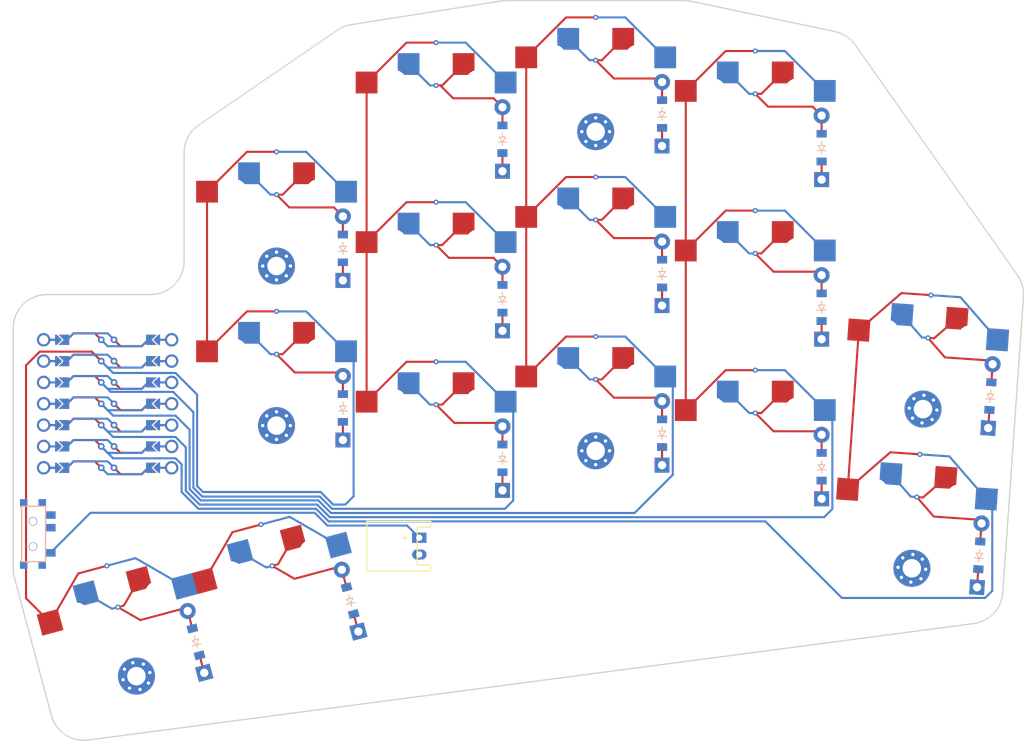
<source format=kicad_pcb>
(kicad_pcb (version 20240108) (generator "pcbnew") (generator_version "8.0")
  (title_block (title "nox_30") (rev "v1.0.0") (company "Unknown"))
  (layers (0 "F.Cu" signal) (31 "B.Cu" signal) (34 "B.Paste" user) (35 "F.Paste" user) (36 "B.SilkS" user "B.Silkscreen") (37 "F.SilkS" user "F.Silkscreen") (38 "B.Mask" user) (39 "F.Mask" user) (44 "Edge.Cuts" user))
  (net 0 "")
  (net 1 "inner_bottom")
  (net 2 "P1")
  (net 3 "inner_home")
  (net 4 "index_bottom")
  (net 5 "P2")
  (net 6 "index_home")
  (net 7 "index_top")
  (net 8 "middle_bottom")
  (net 9 "P3")
  (net 10 "middle_home")
  (net 11 "middle_top")
  (net 12 "ring_bottom")
  (net 13 "P4")
  (net 14 "ring_home")
  (net 15 "ring_top")
  (net 16 "pinky_bottom")
  (net 17 "P5")
  (net 18 "pinky_home")
  (net 19 "one_main")
  (net 20 "two_main")
  (net 21 "P8")
  (net 22 "P9")
  (net 23 "P10")
  (net 24 "P7")
  (net 25 "VCC5")
  (net 26 "GND")
  (net 27 "VCC3")
  (net 28 "P0")
  (net 29 "P6")
  (net 30 "BAT+")
  (footprint "E73:SPDT_C128955" (layer "F.Cu") (at 20.802442 82.499399 90)
    (property "Reference" "T1" (hide yes))
    (property "Value" "" (hide yes))
  )
  (footprint "ComboDiode" (layer "F.Cu") (at 95.702442 70.499399 90)
    (property "Reference" "D6" (hide yes))
    (property "Value" "" (hide yes))
  )
  (footprint "VIA-0.6mm" (layer "F.Cu") (at 30.922457 91.215251 15)
    (property "Reference" "REF**" (hide yes))
    (property "Value" "VIA-0.6mm" (hide yes))
  )
  (footprint "PG1350" (layer "F.Cu") (at 49.802442 45.499399)
    (property "Reference" "S2" (hide yes))
    (property "Value" "" (hide yes))
  )
  (footprint "ComboDiode" (layer "F.Cu") (at 95.702442 51.499399 90)
    (property "Reference" "D7" (hide yes))
    (property "Value" "" (hide yes))
  )
  (footprint "VIA-0.6mm" (layer "F.Cu") (at 106.802442 62.999399)
    (property "Reference" "REF**" (hide yes))
    (property "Value" "VIA-0.6mm" (hide yes))
  )
  (footprint "ComboDiode" (layer "F.Cu") (at 76.702442 54.499399 90)
    (property "Reference" "D4" (hide yes))
    (property "Value" "" (hide yes))
  )
  (footprint "ComboDiode" (layer "F.Cu") (at 76.702443 73.499399 90)
    (property "Reference" "D3" (hide yes))
    (property "Value" "" (hide yes))
  )
  (footprint "VIA-0.6mm" (layer "F.Cu") (at 68.802442 67.099399)
    (property "Reference" "REF**" (hide yes))
    (property "Value" "VIA-0.6mm" (hide yes))
  )
  (footprint "ComboDiode" (layer "F.Cu") (at 40.209713 95.352506 105)
    (property "Reference" "D14" (hide yes))
    (property "Value" "" (hide yes))
  )
  (footprint "PG1350" (layer "F.Cu") (at 106.802442 33.499399)
    (property "Reference" "S11" (hide yes))
    (property "Value" "" (hide yes))
  )
  (footprint "VIA-0.6mm" (layer "F.Cu") (at 29.60248 86.28903 15)
    (property "Reference" "REF**" (hide yes))
    (property "Value" "VIA-0.6mm" (hide yes))
  )
  (footprint "PG1350" (layer "F.Cu") (at 106.802442 52.499399)
    (property "Reference" "S10" (hide yes))
    (property "Value" "" (hide yes))
  )
  (footprint "VIA-0.6mm" (layer "F.Cu") (at 49.802442 42.099399)
    (property "Reference" "REF**" (hide yes))
    (property "Value" "VIA-0.6mm" (hide yes))
  )
  (footprint "PG1350" (layer "F.Cu") (at 127.127815 62.545682 -4)
    (property "Reference" "S13" (hide yes))
    (property "Value" "" (hide yes))
  )
  (footprint "ComboDiode" (layer "F.Cu") (at 57.702442 48.499399 90)
    (property "Reference" "D2" (hide yes))
    (property "Value" "" (hide yes))
  )
  (footprint "ComboDiode" (layer "F.Cu") (at 114.702442 55.499399 90)
    (property "Reference" "D10" (hide yes))
    (property "Value" "" (hide yes))
  )
  (footprint "ComboDiode" (layer "F.Cu") (at 133.473929 85.043167 86)
    (property "Reference" "D12" (hide yes))
    (property "Value" "" (hide yes))
  )
  (footprint "VIA-0.6mm" (layer "F.Cu") (at 127.720745 54.066388 -4)
    (property "Reference" "REF**" (hide yes))
    (property "Value" "VIA-0.6mm" (hide yes))
  )
  (footprint "ComboDiode" (layer "F.Cu") (at 114.702442 74.499399 90)
    (property "Reference" "D9" (hide yes))
    (property "Value" "" (hide yes))
  )
  (footprint "VIA-0.6mm" (layer "F.Cu") (at 49.802442 36.999399)
    (property "Reference" "REF**" (hide yes))
    (property "Value" "VIA-0.6mm" (hide yes))
  )
  (footprint "MountingHole_2.2mm_M2_Pad_Via" (layer "F.Cu") (at 49.802442 69.599399)
    (property "Reference" "_32" (hide yes))
    (property "Value" "")
  )
  (footprint "VIA-0.6mm" (layer "F.Cu") (at 68.802442 48.099399)
    (property "Reference" "REF**" (hide yes))
    (property "Value" "VIA-0.6mm" (hide yes))
  )
  (footprint "VIA-0.6mm" (layer "F.Cu") (at 106.802442 30.099398)
    (property "Reference" "REF**" (hide yes))
    (property "Value" "VIA-0.6mm" (hide yes))
  )
  (footprint "VIA-0.6mm" (layer "F.Cu") (at 47.955071 81.371468 15)
    (property "Reference" "REF**" (hide yes))
    (property "Value" "VIA-0.6mm" (hide yes))
  )
  (footprint "VIA-0.6mm" (layer "F.Cu") (at 87.802442 58.999399)
    (property "Reference" "REF**" (hide yes))
    (property "Value" "VIA-0.6mm" (hide yes))
  )
  (footprint "ComboDiode" (layer "F.Cu") (at 58.562304 90.434944 105)
    (property "Reference" "D15" (hide yes))
    (property "Value" "" (hide yes))
  )
  (footprint "VIA-0.6mm" (layer "F.Cu") (at 68.802442 29.099399)
    (property "Reference" "REF**" (hide yes))
    (property "Value" "VIA-0.6mm" (hide yes))
  )
  (footprint "ComboDiode" (layer "F.Cu") (at 114.702442 36.499399 90)
    (property "Reference" "D11" (hide yes))
    (property "Value" "" (hide yes))
  )
  (footprint "VIA-0.6mm" (layer "F.Cu") (at 68.802442 42.999399)
    (property "Reference" "REF**" (hide yes))
    (property "Value" "VIA-0.6mm" (hide yes))
  )
  (footprint "PG1350" (layer "F.Cu") (at 87.802442 48.499399)
    (property "Reference" "S7" (hide yes))
    (property "Value" "" (hide yes))
  )
  (footprint "ComboDiode" (layer "F.Cu") (at 57.702442 67.499399 90)
    (property "Reference" "D1" (hide yes))
    (property "Value" "" (hide yes))
  )
  (footprint "VIA-0.6mm" (layer "F.Cu") (at 126.395372 73.020105 -4)
    (property "Reference" "REF**" (hide yes))
    (property "Value" "VIA-0.6mm" (hide yes))
  )
  (footprint "MountingHole_2.2mm_M2_Pad_Via" (layer "F.Cu") (at 87.802442 34.599399)
    (property "Reference" "_33" (hide yes))
    (property "Value" "")
  )
  (footprint "ComboDiode" (layer "F.Cu") (at 76.702442 35.499399 90)
    (property "Reference" "D5" (hide yes))
    (property "Value" "" (hide yes))
  )
  (footprint "VIA-0.6mm" (layer "F.Cu") (at 68.802442 23.999399)
    (property "Reference" "REF**" (hide yes))
    (property "Value" "VIA-0.6mm" (hide yes))
  )
  (footprint "VIA-0.6mm" (layer "F.Cu") (at 49.802442 55.999399)
    (property "Reference" "REF**" (hide yes))
    (property "Value" "VIA-0.6mm" (hide yes))
  )
  (footprint "VIA-0.6mm" (layer "F.Cu") (at 49.275048 86.297689 15)
    (property "Reference" "REF**" (hide yes))
    (property "Value" "VIA-0.6mm" (hide yes))
  )
  (footprint "VIA-0.6mm" (layer "F.Cu") (at 68.802443 61.999399)
    (property "Reference" "REF**" (hide yes))
    (property "Value" "VIA-0.6mm" (hide yes))
  )
  (footprint "PG1350" (layer "F.Cu") (at 49.802442 64.499399)
    (property "Reference" "S1" (hide yes))
    (property "Value" "" (hide yes))
  )
  (footprint "VIA-0.6mm" (layer "F.Cu") (at 126.039614 78.107681 -4)
    (property "Reference" "REF**" (hide yes))
    (property "Value" "VIA-0.6mm" (hide yes))
  )
  (footprint "MountingHole_2.2mm_M2_Pad_Via" (layer "F.Cu") (at 49.802442 50.599399)
    (property "Reference" "_31" (hide yes))
    (property "Value" "")
  )
  (footprint "MountingHole_2.2mm_M2_Pad_Via" (layer "F.Cu") (at 33.122419 99.425621 15)
    (property "Reference" "_37" (hide yes))
    (property "Value" "")
  )
  (footprint "JST_PH_S2B-PH-K_02x2.00mm_Angled" (layer "F.Cu") (at 66.802442 83.949399 -90)
    (property "Reference" "JST1" (hide yes))
    (property "Value" "" (hide yes))
  )
  (footprint "VIA-0.6mm" (layer "F.Cu") (at 106.802442 68.099399)
    (property "Reference" "REF**" (hide yes))
    (property "Value" "VIA-0.6mm" (hide yes))
  )
  (footprint "MountingHole_2.2mm_M2_Pad_Via" (layer "F.Cu") (at 125.446685 86.586976 -4)
    (property "Reference" "_36" (hide yes))
    (property "Value" "")
  )
  (footprint "VIA-0.6mm" (layer "F.Cu") (at 106.802443 24.999399)
    (property "Reference" "REF**" (hide yes))
    (property "Value" "VIA-0.6mm" (hide yes))
  )
  (footprint "PG1350" (layer "F.Cu") (at 87.802442 29.499399)
    (property "Reference" "S8" (hide yes))
    (property "Value" "" (hide yes))
  )
  (footprint "VIA-0.6mm" (layer "F.Cu") (at 49.802442 61.099399)
    (property "Reference" "REF**" (hide yes))
    (property "Value" "VIA-0.6mm" (hide yes))
  )
  (footprint "MountingHole_2.2mm_M2_Pad_Via" (layer "F.Cu") (at 126.772058 67.633259 -4)
    (property "Reference" "_35" (hide yes))
    (property "Value" "")
  )
  (footprint "VIA-0.6mm" (layer "F.Cu") (at 87.802442 20.999399)
    (property "Reference" "REF**" (hide yes))
    (property "Value" "VIA-0.6mm" (hide yes))
  )
  (footprint "VIA-0.6mm" (layer "F.Cu") (at 127.364987 59.153964 -4)
    (property "Reference" "REF**" (hide yes))
    (property "Value" "VIA-0.6mm" (hide yes))
  )
  (footprint "PG1350" (layer "F.Cu") (at 125.802442 81.499399 -4)
    (property "Reference" "S12" (hide yes))
    (property "Value" "" (hide yes))
  )
  (footprint "ComboDiode" (layer "F.Cu") (at 134.799302 66.08945 86)
    (property "Reference" "D13" (hide yes))
    (property "Value" "" (hide yes))
  )
  (footprint "PG1350" (layer "F.Cu") (at 87.802442 67.499398)
    (property "Reference" "S6" (hide yes))
    (property "Value" "" (hide yes))
  )
  (footprint "VIA-0.6mm" (layer "F.Cu") (at 87.802442 26.099399)
    (property "Reference" "REF**" (hide yes))
    (property "Value" "VIA-0.6mm" (hide yes))
  )
  (footprint "VIA-0.6mm" (layer "F.Cu") (at 106.802442 49.099399)
    (property "Reference" "REF**" (hide yes))
    (property "Value" "VIA-0.6mm" (hide yes))
  )
  (footprint "PG1350" (layer "F.Cu") (at 50.155033 89.581837 15)
    (property "Reference" "S15" (hide yes))
    (property "Value" "" (hide yes))
  )
  (footprint "VIA-0.6mm" (layer "F.Cu") (at 106.802442 43.999399)
    (property "Reference" "REF**" (hide yes))
    (property "Value" "VIA-0.6mm" (hide yes))
  )
  (footprint "VIA-0.6mm" (layer "F.Cu") (at 87.802442 45.099399)
    (property "Reference" "REF**" (hide yes))
    (property "Value" "VIA-0.6mm" (hide yes))
  )
  (footprint "VIA-0.6mm" (layer "F.Cu") (at 87.802442 64.099399)
    (property "Reference" "REF**" (hide yes))
    (property "Value" "VIA-0.6mm" (hide yes))
  )
  (footprint "PG1350" (layer "F.Cu") (at 106.802442 71.499399)
    (property "Reference" "S9" (hide yes))
    (property "Value" "" (hide yes))
  )
  (footprint "xiao-ble" (layer "F.Cu") (at 20.802442 77.499399 -90)
    (property "Reference" "xiao-ble1" (hide yes))
    (property "Value" "ProMicro" (hide yes))
  )
  (footprint "PG1350" (layer "F.Cu") (at 31.802442 94.499399 15)
    (property "Reference" "S14" (hide yes))
    (property "Value" "" (hide yes))
  )
  (footprint "VIA-0.6mm" (layer "F.Cu") (at 87.802442 39.999399)
    (property "Reference" "REF**" (hide yes))
    (property "Value" "VIA-0.6mm" (hide yes))
  )
  (footprint "PG1350" (layer "F.Cu") (at 68.802442 32.499399)
    (property "Reference" "S5" (hide yes))
    (property "Value" "" (hide yes))
  )
  (footprint "PG1350" (layer "F.Cu") (at 68.802442 70.499399)
    (property "Reference" "S3" (hide yes))
    (property "Value" "" (hide yes))
  )
  (footprint "PG1350" (layer "F.Cu") (at 68.802442 51.499398)
    (property "Reference" "S4" (hide yes))
    (property "Value" "" (hide yes))
  )
  (footprint "ComboDiode" (layer "F.Cu") (at 95.702442 32.499399 90)
    (property "Reference" "D8" (hide yes))
    (property "Value" "" (hide yes))
  )
  (footprint "MountingHole_2.2mm_M2_Pad_Via" (layer "F.Cu") (at 87.802442 72.599399)
    (property "Reference" "_34" (hide yes))
    (property "Value" "")
  )
  (gr_arc (start 98.385954 18.999399) (mid 98.800203 19.020907) (end 99.209996 19.085201) (stroke (width 0.15)) (layer "Edge.Cuts"))
  (gr_arc (start 76.492439 19.048347) (mid 76.803405 19.011655) (end 77.116288 18.999399) (stroke (width 0.15)) (layer "Edge.Cuts"))
  (gr_line (start 99.209996 19.085201) (end 116.263174 22.675343) (stroke (width 0.15)) (layer "Edge.Cuts"))
  (gr_arc (start 116.263174 22.675343) (mid 117.63849 23.248461) (end 118.708651 24.285145) (stroke (width 0.15)) (layer "Edge.Cuts"))
  (gr_arc (start 38.802442 49.999399) (mid 37.630869 52.827826) (end 34.802442 53.999399) (stroke (width 0.15)) (layer "Edge.Cuts"))
  (gr_arc (start 38.802442 37.109237) (mid 39.264438 35.243083) (end 40.543708 33.808008) (stroke (width 0.15)) (layer "Edge.Cuts"))
  (gr_line (start 22.987082 104.100767) (end 18.59584 87.712426) (stroke (width 0.15)) (layer "Edge.Cuts"))
  (gr_line (start 118.708651 24.285144) (end 138.013433 51.675108) (stroke (width 0.15)) (layer "Edge.Cuts"))
  (gr_arc (start 27.372296 107.031348) (mid 24.628256 106.391202) (end 22.987082 104.100767) (stroke (width 0.15)) (layer "Edge.Cuts"))
  (gr_line (start 77.116288 18.999399) (end 98.385954 18.999399) (stroke (width 0.15)) (layer "Edge.Cuts"))
  (gr_arc (start 57.058244 22.508587) (mid 57.839518 22.092679) (end 58.693129 21.858764) (stroke (width 0.15)) (layer "Edge.Cuts"))
  (gr_line (start 22.453311 53.999399) (end 34.802442 53.999399) (stroke (width 0.15)) (layer "Edge.Cuts"))
  (gr_line (start 132.802467 93.167299) (end 27.372295 107.031347) (stroke (width 0.15)) (layer "Edge.Cuts"))
  (gr_arc (start 138.013433 51.675108) (mid 138.596784 52.904611) (end 138.73417 54.258531) (stroke (width 0.15)) (layer "Edge.Cuts"))
  (gr_arc (start 136.271213 89.480467) (mid 135.194235 91.942392) (end 132.802467 93.167299) (stroke (width 0.15)) (layer "Edge.Cuts"))
  (gr_line (start 58.693129 21.858764) (end 76.492437 19.048347) (stroke (width 0.15)) (layer "Edge.Cuts"))
  (gr_line (start 138.73417 54.258531) (end 136.271212 89.480467) (stroke (width 0.15)) (layer "Edge.Cuts"))
  (gr_line (start 38.802442 49.999399) (end 38.802442 37.109237) (stroke (width 0.15)) (layer "Edge.Cuts"))
  (gr_arc (start 18.453311 58.000268) (mid 19.624577 55.171279) (end 22.453311 53.999399) (stroke (width 0.15)) (layer "Edge.Cuts"))
  (gr_line (start 40.543707 33.808008) (end 57.058244 22.508587) (stroke (width 0.15)) (layer "Edge.Cuts"))
  (gr_line (start 18.459544 86.678019) (end 18.453311 58.000268) (stroke (width 0.15)) (layer "Edge.Cuts"))
  (gr_arc (start 18.59584 87.712426) (mid 18.493821 87.199685) (end 18.459544 86.678019) (stroke (width 0.15)) (layer "Edge.Cuts"))
  (segment (start 51.976542 63.273499) (end 57.286542 63.273499) (width 0.25) (layer "F.Cu") (net 1))
  (segment (start 57.702442 63.689399) (end 57.702443 65.849399) (width 0.25) (layer "F.Cu") (net 1))
  (segment (start 50.527442 61.099399) (end 49.802442 61.099399) (width 0.25) (layer "F.Cu") (net 1))
  (segment (start 53.077442 58.549399) (end 50.527442 61.099399) (width 0.25) (layer "F.Cu") (net 1))
  (segment (start 49.802442 61.099399) (end 51.976542 63.273499) (width 0.25) (layer "F.Cu") (net 1))
  (segment (start 57.286542 63.273499) (end 57.702442 63.689399) (width 0.25) (layer "F.Cu") (net 1))
  (segment (start 49.077442 61.099399) (end 49.802442 61.099399) (width 0.25) (layer "B.Cu") (net 1))
  (segment (start 46.527442 58.549399) (end 49.077442 61.099399) (width 0.25) (layer "B.Cu") (net 1))
  (segment (start 41.527442 60.749399) (end 46.277441 55.999399) (width 0.25) (layer "F.Cu") (net 2))
  (segment (start 46.277441 36.999399) (end 49.802442 36.999399) (width 0.25) (layer "F.Cu") (net 2))
  (segment (start 41.527442 41.749399) (end 46.277441 36.999399) (width 0.25) (layer "F.Cu") (net 2))
  (segment (start 22.838834 93.018904) (end 26.197591 87.201368) (width 0.25) (layer "F.Cu") (net 2))
  (segment (start 21.606452 60.794399) (end 27.805442 60.794399) (width 0.25) (layer "F.Cu") (net 2))
  (segment (start 19.977442 62.423409) (end 21.606452 60.794399) (width 0.25) (layer "F.Cu") (net 2))
  (segment (start 27.805442 60.794399) (end 28.930442 61.919399) (width 0.25) (layer "F.Cu") (net 2))
  (segment (start 46.277441 55.999399) (end 49.802442 55.999399) (width 0.25) (layer "F.Cu") (net 2))
  (segment (start 22.838834 93.018905) (end 19.977442 90.157513) (width 0.25) (layer "F.Cu") (net 2))
  (segment (start 19.977442 90.157513) (end 19.977442 62.423409) (width 0.25) (layer "F.Cu") (net 2))
  (segment (start 26.197591 87.201368) (end 29.60248 86.28903) (width 0.25) (layer "F.Cu") (net 2))
  (segment (start 41.527442 41.749399) (end 41.527442 60.749399) (width 0.25) (layer "F.Cu") (net 2))
  (segment (start 55.045584 77.5) (end 41.045584 77.5) (width 0.25) (layer "B.Cu") (net 2))
  (segment (start 38.824907 88.735449) (end 33.00737 85.376693) (width 0.25) (layer "B.Cu") (net 2))
  (segment (start 58.077443 60.749399) (end 53.327442 55.999399) (width 0.25) (layer "B.Cu") (net 2))
  (segment (start 41.045584 77.5) (end 40.35 76.804416) (width 0.25) (layer "B.Cu") (net 2))
  (segment (start 56.545584 79) (end 55.045584 77.5) (width 0.25) (layer "B.Cu") (net 2))
  (segment (start 58.979943 77.979943) (end 59 78) (width 0.25) (layer "B.Cu") (net 2))
  (segment (start 58.979943 61.6519) (end 58.979943 77.979943) (width 0.25) (layer "B.Cu") (net 2))
  (segment (start 58.077444 41.749399) (end 53.327443 36.999399) (width 0.25) (layer "B.Cu") (net 2))
  (segment (start 40.35 65.905966) (end 37.778433 63.334399) (width 0.25) (layer "B.Cu") (net 2))
  (segment (start 58 79) (end 56.545584 79) (width 0.25) (layer "B.Cu") (net 2))
  (segment (start 33.00737 85.376693) (end 29.60248 86.28903) (width 0.25) (layer "B.Cu") (net 2))
  (segment (start 37.778433 63.334399) (end 30.345442 63.334399) (width 0.25) (layer "B.Cu") (net 2))
  (segment (start 53.327442 55.999399) (end 49.802442 55.999399) (width 0.25) (layer "B.Cu") (net 2))
  (segment (start 40.35 76.804416) (end 40.35 65.905966) (width 0.25) (layer "B.Cu") (net 2))
  (segment (start 53.327443 36.999399) (end 49.802442 36.999399) (width 0.25) (layer "B.Cu") (net 2))
  (segment (start 59 78) (end 58 79) (width 0.25) (layer "B.Cu") (net 2))
  (segment (start 30.345442 63.334399) (end 28.930442 61.919399) (width 0.25) (layer "B.Cu") (net 2))
  (segment (start 58.077442 60.749399) (end 58.979943 61.6519) (width 0.25) (layer "B.Cu") (net 2))
  (segment (start 57.702443 44.689399) (end 57.702442 46.849399) (width 0.25) (layer "F.Cu") (net 3))
  (segment (start 51.327442 43.624399) (end 56.637442 43.624399) (width 0.25) (layer "F.Cu") (net 3))
  (segment (start 56.637442 43.624399) (end 57.702443 44.689399) (width 0.25) (layer "F.Cu") (net 3))
  (segment (start 50.527442 42.099399) (end 49.802442 42.099399) (width 0.25) (layer "F.Cu") (net 3))
  (segment (start 49.802442 42.099399) (end 51.327442 43.624399) (width 0.25) (layer "F.Cu") (net 3))
  (segment (start 53.077443 39.549399) (end 50.527442 42.099399) (width 0.25) (layer "F.Cu") (net 3))
  (segment (start 46.527441 39.549399) (end 49.077442 42.099399) (width 0.25) (layer "B.Cu") (net 3))
  (segment (start 49.077442 42.099399) (end 49.802442 42.099399) (width 0.25) (layer "B.Cu") (net 3))
  (segment (start 69.527443 67.099399) (end 68.802442 67.099399) (width 0.25) (layer "F.Cu") (net 4))
  (segment (start 70.976542 69.273499) (end 76.286542 69.273498) (width 0.25) (layer "F.Cu") (net 4))
  (segment (start 76.702442 69.689399) (end 76.702442 71.849399) (width 0.25) (layer "F.Cu") (net 4))
  (segment (start 68.802442 67.099399) (end 70.976542 69.273499) (width 0.25) (layer "F.Cu") (net 4))
  (segment (start 76.286542 69.273498) (end 76.702442 69.689399) (width 0.25) (layer "F.Cu") (net 4))
  (segment (start 72.077442 64.549399) (end 69.527443 67.099399) (width 0.25) (layer "F.Cu") (net 4))
  (segment (start 68.077442 67.0994) (end 68.802442 67.099399) (width 0.25) (layer "B.Cu") (net 4))
  (segment (start 65.527442 64.549399) (end 68.077442 67.0994) (width 0.25) (layer "B.Cu") (net 4))
  (segment (start 60.527442 28.749399) (end 65.277442 23.999399) (width 0.25) (layer "F.Cu") (net 5))
  (segment (start 65.277442 42.999399) (end 68.802442 42.999399) (width 0.25) (layer "F.Cu") (net 5))
  (segment (start 60.527442 66.749399) (end 65.277442 61.999399) (width 0.25) (layer "F.Cu") (net 5))
  (segment (start 60.527442 47.749399) (end 65.277442 42.999399) (width 0.25) (layer "F.Cu") (net 5))
  (segment (start 41.191425 88.101343) (end 44.550182 82.283806) (width 0.25) (layer "F.Cu") (net 5))
  (segment (start 60.527442 47.749399) (end 60.527442 66.749399) (width 0.25) (layer "F.Cu") (net 5))
  (segment (start 65.277442 61.999399) (end 68.802443 61.999399) (width 0.25) (layer "F.Cu") (net 5))
  (segment (start 65.277442 23.999399) (end 68.802442 23.999399) (width 0.25) (layer "F.Cu") (net 5))
  (segment (start 60.527442 28.749399) (end 60.527442 47.749399) (width 0.25) (layer "F.Cu") (net 5))
  (segment (start 44.550182 82.283806) (end 47.955071 81.371468) (width 0.25) (layer "F.Cu") (net 5))
  (segment (start 77 79.5) (end 56.409188 79.5) (width 0.25) (layer "B.Cu") (net 5))
  (segment (start 54.959188 78.05) (end 40.959188 78.05) (width 0.25) (layer "B.Cu") (net 5))
  (segment (start 72.327442 61.999399) (end 68.802443 61.999399) (width 0.25) (layer "B.Cu") (net 5))
  (segment (start 37.488433 65.584399) (end 30.055441 65.584399) (width 0.25) (layer "B.Cu") (net 5))
  (segment (start 77.077442 47.749399) (end 72.327442 42.999399) (width 0.25) (layer "B.Cu") (net 5))
  (segment (start 30.055441 65.584399) (end 28.930441 64.459399) (width 0.25) (layer "B.Cu") (net 5))
  (segment (start 77.077442 66.749399) (end 77.979944 67.651901) (width 0.25) (layer "B.Cu") (net 5))
  (segment (start 40.959188 78.05) (end 39.9 76.990812) (width 0.25) (layer "B.Cu") (net 5))
  (segment (start 57.177498 83.817887) (end 51.359961 80.459131) (width 0.25) (layer "B.Cu") (net 5))
  (segment (start 51.359961 80.459131) (end 47.955071 81.371468) (width 0.25) (layer "B.Cu") (net 5))
  (segment (start 56.409188 79.5) (end 54.959188 78.05) (width 0.25) (layer "B.Cu") (net 5))
  (segment (start 77.979944 78.520056) (end 77 79.5) (width 0.25) (layer "B.Cu") (net 5))
  (segment (start 72.327442 23.999399) (end 68.802442 23.999399) (width 0.25) (layer "B.Cu") (net 5))
  (segment (start 72.327442 42.999399) (end 68.802442 42.999399) (width 0.25) (layer "B.Cu") (net 5))
  (segment (start 39.9 67.995966) (end 37.488433 65.584399) (width 0.25) (layer "B.Cu") (net 5))
  (segment (start 77.979944 67.651901) (end 77.979944 78.520056) (width 0.25) (layer "B.Cu") (net 5))
  (segment (start 77.077442 28.749399) (end 72.327442 23.999399) (width 0.25) (layer "B.Cu") (net 5))
  (segment (start 77.077442 66.749399) (end 72.327442 61.999399) (width 0.25) (layer "B.Cu") (net 5))
  (segment (start 39.9 76.990812) (end 39.9 67.995966) (width 0.25) (layer "B.Cu") (net 5))
  (segment (start 70.327442 49.624399) (end 75.637442 49.624399) (width 0.25) (layer "F.Cu") (net 6))
  (segment (start 76.702442 50.689399) (end 76.702442 52.849399) (width 0.25) (layer "F.Cu") (net 6))
  (segment (start 72.077442 45.549399) (end 69.527442 48.099399) (width 0.25) (layer "F.Cu") (net 6))
  (segment (start 75.637442 49.624399) (end 76.702442 50.689399) (width 0.25) (layer "F.Cu") (net 6))
  (segment (start 69.527442 48.099399) (end 68.802442 48.099399) (width 0.25) (layer "F.Cu") (net 6))
  (segment (start 68.802442 48.099399) (end 70.327442 49.624399) (width 0.25) (layer "F.Cu") (net 6))
  (segment (start 68.077442 48.099399) (end 68.802442 48.099399) (width 0.25) (layer "B.Cu") (net 6))
  (segment (start 65.527442 45.549399) (end 68.077442 48.099399) (width 0.25) (layer "B.Cu") (net 6))
  (segment (start 76.702442 31.689399) (end 76.702442 33.849399) (width 0.25) (layer "F.Cu") (net 7))
  (segment (start 69.527441 29.099399) (end 68.802442 29.099399) (width 0.25) (layer "F.Cu") (net 7))
  (segment (start 70.827442 30.624399) (end 75.637442 30.624399) (width 0.25) (layer "F.Cu") (net 7))
  (segment (start 75.637442 30.624399) (end 76.702442 31.689399) (width 0.25) (layer "F.Cu") (net 7))
  (segment (start 72.077442 26.549399) (end 69.527441 29.099399) (width 0.25) (layer "F.Cu") (net 7))
  (segment (start 69.302442 29.099399) (end 70.827442 30.624399) (width 0.25) (layer "F.Cu") (net 7))
  (segment (start 68.802442 29.099399) (end 69.302442 29.099399) (width 0.25) (layer "F.Cu") (net 7))
  (segment (start 65.527443 26.549399) (end 68.077442 29.099399) (width 0.25) (layer "B.Cu") (net 7))
  (segment (start 68.077442 29.099399) (end 68.802442 29.099399) (width 0.25) (layer "B.Cu") (net 7))
  (segment (start 88.527442 64.099399) (end 87.802442 64.099399) (width 0.25) (layer "F.Cu") (net 8))
  (segment (start 89.976542 66.2735) (end 95.286542 66.273499) (width 0.25) (layer "F.Cu") (net 8))
  (segment (start 87.802442 64.099399) (end 89.976542 66.2735) (width 0.25) (layer "F.Cu") (net 8))
  (segment (start 95.286542 66.273499) (end 95.702442 66.689399) (width 0.25) (layer "F.Cu") (net 8))
  (segment (start 95.702442 66.689399) (end 95.702442 68.849399) (width 0.25) (layer "F.Cu") (net 8))
  (segment (start 91.077442 61.549399) (end 88.527442 64.099399) (width 0.25) (layer "F.Cu") (net 8))
  (segment (start 84.527442 61.549398) (end 87.077442 64.099399) (width 0.25) (layer "B.Cu") (net 8))
  (segment (start 87.077442 64.099399) (end 87.802442 64.099399) (width 0.25) (layer "B.Cu") (net 8))
  (segment (start 79.527442 25.749399) (end 84.277442 20.999398) (width 0.25) (layer "F.Cu") (net 9))
  (segment (start 84.277442 20.999398) (end 87.802442 20.999399) (width 0.25) (layer "F.Cu") (net 9))
  (segment (start 79.527442 44.749399) (end 79.527442 63.749399) (width 0.25) (layer "F.Cu") (net 9))
  (segment (start 79.527442 25.749399) (end 79.527442 44.749399) (width 0.25) (layer "F.Cu") (net 9))
  (segment (start 79.527442 63.749399) (end 84.277442 58.999399) (width 0.25) (layer "F.Cu") (net 9))
  (segment (start 79.527442 44.749399) (end 84.277442 39.999399) (width 0.25) (layer "F.Cu") (net 9))
  (segment (start 84.277442 39.999399) (end 87.802442 39.999399) (width 0.25) (layer "F.Cu") (net 9))
  (segment (start 84.277442 58.999399) (end 87.802442 58.999399) (width 0.25) (layer "F.Cu") (net 9))
  (segment (start 91.327442 39.999399) (end 87.802442 39.999399) (width 0.25) (layer "B.Cu") (net 9))
  (segment (start 92.43984 80) (end 56.272792 80) (width 0.25) (layer "B.Cu") (net 9))
  (segment (start 96.077442 25.749399) (end 91.327443 20.999399) (width 0.25) (layer "B.Cu") (net 9))
  (segment (start 96.979943 75.459897) (end 92.43984 80) (width 0.25) (layer "B.Cu") (net 9))
  (segment (start 91.327443 20.999399) (end 87.802442 20.999399) (width 0.25) (layer "B.Cu") (net 9))
  (segment (start 40.772792 78.5) (end 39.45 77.177208) (width 0.25) (layer "B.Cu") (net 9))
  (segment (start 96.077442 44.749399) (end 91.327442 39.999399) (width 0.25) (layer "B.Cu") (net 9))
  (segment (start 96.979943 64.651899) (end 96.979943 75.459897) (width 0.25) (layer "B.Cu") (net 9))
  (segment (start 54.772792 78.5) (end 40.772792 78.5) (width 0.25) (layer "B.Cu") (net 9))
  (segment (start 96.077442 63.749399) (end 91.327442 58.999399) (width 0.25) (layer "B.Cu") (net 9))
  (segment (start 56.272792 80) (end 54.772792 78.5) (width 0.25) (layer "B.Cu") (net 9))
  (segment (start 91.327442 58.999399) (end 87.802442 58.999399) (width 0.25) (layer "B.Cu") (net 9))
  (segment (start 39.45 77.177208) (end 39.45 70.085966) (width 0.25) (layer "B.Cu") (net 9))
  (segment (start 39.45 70.085966) (end 37.778433 68.414399) (width 0.25) (layer "B.Cu") (net 9))
  (segment (start 37.778433 68.414399) (end 30.345442 68.414399) (width 0.25) (layer "B.Cu") (net 9))
  (segment (start 96.077442 63.749398) (end 96.979943 64.651899) (width 0.25) (layer "B.Cu") (net 9))
  (segment (start 30.345442 68.414399) (end 28.930442 66.999399) (width 0.25) (layer "B.Cu") (net 9))
  (segment (start 88.527442 45.099399) (end 87.802442 45.099399) (width 0.25) (layer "F.Cu") (net 10))
  (segment (start 95.702442 47.689399) (end 95.702442 49.849399) (width 0.25) (layer "F.Cu") (net 10))
  (segment (start 95.286542 47.273499) (end 95.702442 47.689399) (width 0.25) (layer "F.Cu") (net 10))
  (segment (start 89.976542 47.273499) (end 95.286542 47.273499) (width 0.25) (layer "F.Cu") (net 10))
  (segment (start 91.077442 42.549399) (end 88.527442 45.099399) (width 0.25) (layer "F.Cu") (net 10))
  (segment (start 87.802442 45.099399) (end 89.976542 47.273499) (width 0.25) (layer "F.Cu") (net 10))
  (segment (start 87.077442 45.099399) (end 87.802442 45.099399) (width 0.25) (layer "B.Cu") (net 10))
  (segment (start 84.527443 42.549399) (end 87.077442 45.099399) (width 0.25) (layer "B.Cu") (net 10))
  (segment (start 91.077443 23.549399) (end 88.527442 26.099399) (width 0.25) (layer "F.Cu") (net 11))
  (segment (start 95.286542 28.273499) (end 95.702443 28.689399) (width 0.25) (layer "F.Cu") (net 11))
  (segment (start 89.976542 28.273499) (end 95.286542 28.273499) (width 0.25) (layer "F.Cu") (net 11))
  (segment (start 88.527442 26.099399) (end 87.802442 26.099399) (width 0.25) (layer "F.Cu") (net 11))
  (segment (start 87.802442 26.099399) (end 89.976542 28.273499) (width 0.25) (layer "F.Cu") (net 11))
  (segment (start 95.702443 28.689399) (end 95.702442 30.849398) (width 0.25) (layer "F.Cu") (net 11))
  (segment (start 87.077442 26.099398) (end 87.802442 26.099399) (width 0.25) (layer "B.Cu") (net 11))
  (segment (start 84.527442 23.549399) (end 87.077442 26.099398) (width 0.25) (layer "B.Cu") (net 11))
  (segment (start 114.702442 70.689399) (end 114.702442 72.849399) (width 0.25) (layer "F.Cu") (net 12))
  (segment (start 107.527442 68.099399) (end 106.802442 68.099399) (width 0.25) (layer "F.Cu") (net 12))
  (segment (start 110.077442 65.549399) (end 107.527442 68.099399) (width 0.25) (layer "F.Cu") (net 12))
  (segment (start 106.802442 68.099399) (end 108.976543 70.273499) (width 0.25) (layer "F.Cu") (net 12))
  (segment (start 108.976543 70.273499) (end 114.286542 70.273499) (width 0.25) (layer "F.Cu") (net 12))
  (segment (start 114.286542 70.273499) (end 114.702442 70.689399) (width 0.25) (layer "F.Cu") (net 12))
  (segment (start 106.077443 68.099399) (end 106.802442 68.099399) (width 0.25) (layer "B.Cu") (net 12))
  (segment (start 103.527442 65.549399) (end 106.077443 68.099399) (width 0.25) (layer "B.Cu") (net 12))
  (segment (start 98.527442 48.749399) (end 103.277442 43.999399) (width 0.25) (layer "F.Cu") (net 13))
  (segment (start 103.277442 62.999399) (end 106.802442 62.999399) (width 0.25) (layer "F.Cu") (net 13))
  (segment (start 98.527442 29.749399) (end 98.527442 48.749399) (width 0.25) (layer "F.Cu") (net 13))
  (segment (start 103.277442 43.999399) (end 106.802442 43.999399) (width 0.25) (layer "F.Cu") (net 13))
  (segment (start 98.527442 48.749399) (end 98.527442 67.749399) (width 0.25) (layer "F.Cu") (net 13))
  (segment (start 98.527442 29.749399) (end 103.277442 24.999399) (width 0.25) (layer "F.Cu") (net 13))
  (segment (start 103.277442 24.999399) (end 106.802443 24.999399) (width 0.25) (layer "F.Cu") (net 13))
  (segment (start 98.527442 67.749399) (end 103.277442 62.999399) (width 0.25) (layer "F.Cu") (net 13))
  (segment (start 110.327442 62.999399) (end 106.802442 62.999399) (width 0.25) (layer "B.Cu") (net 13))
  (segment (start 115.077442 29.749399) (end 110.327442 24.999399) (width 0.25) (layer "B.Cu") (net 13))
  (segment (start 37.778433 70.954398) (end 30.345441 70.954398) (width 0.25) (layer "B.Cu") (net 13))
  (segment (start 56.136396 80.5) (end 54.636396 79) (width 0.25) (layer "B.Cu") (net 13))
  (segment (start 40.636396 79) (end 39 77.363604) (width 0.25) (layer "B.Cu") (net 13))
  (segment (start 115.077442 67.749399) (end 110.327442 62.999399) (width 0.25) (layer "B.Cu") (net 13))
  (segment (start 54.636396 79) (end 40.636396 79) (width 0.25) (layer "B.Cu") (net 13))
  (segment (start 115.077443 48.749399) (end 110.327442 43.999399) (width 0.25) (layer "B.Cu") (net 13))
  (segment (start 115.077442 67.749399) (end 115.979943 68.6519) (width 0.25) (layer "B.Cu") (net 13))
  (segment (start 110.327442 24.999399) (end 106.802443 24.999399) (width 0.25) (layer "B.Cu") (net 13))
  (segment (start 39 77.363604) (end 39 72.175965) (width 0.25) (layer "B.Cu") (net 13))
  (segment (start 39 72.175965) (end 37.778433 70.954398) (width 0.25) (layer "B.Cu") (net 13))
  (segment (start 30.345441 70.954398) (end 28.930442 69.539399) (width 0.25) (layer "B.Cu") (net 13))
  (segment (start 115.979943 68.6519) (end 115.979943 79.520057) (width 0.25) (layer "B.Cu") (net 13))
  (segment (start 115 80.5) (end 56.136396 80.5) (width 0.25) (layer "B.Cu") (net 13))
  (segment (start 110.327442 43.999399) (end 106.802442 43.999399) (width 0.25) (layer "B.Cu") (net 13))
  (segment (start 115.979943 79.520057) (end 115 80.5) (width 0.25) (layer "B.Cu") (net 13))
  (segment (start 106.802442 49.099399) (end 108.976542 51.273499) (width 0.25) (layer "F.Cu") (net 14))
  (segment (start 114.286542 51.273499) (end 114.702442 51.689399) (width 0.25) (layer "F.Cu") (net 14))
  (segment (start 107.527442 49.099399) (end 106.802442 49.099399) (width 0.25) (layer "F.Cu") (net 14))
  (segment (start 110.077442 46.549399) (end 107.527442 49.099399) (width 0.25) (layer "F.Cu") (net 14))
  (segment (start 108.976542 51.273499) (end 114.286542 51.273499) (width 0.25) (layer "F.Cu") (net 14))
  (segment (start 114.702442 51.689399) (end 114.702442 53.849399) (width 0.25) (layer "F.Cu") (net 14))
  (segment (start 106.077442 49.099399) (end 106.802442 49.099399) (width 0.25) (layer "B.Cu") (net 14))
  (segment (start 103.527442 46.549399) (end 106.077442 49.099399) (width 0.25) (layer "B.Cu") (net 14))
  (segment (start 106.802442 30.099398) (end 108.327442 31.624399) (width 0.25) (layer "F.Cu") (net 15))
  (segment (start 107.527442 30.099399) (end 106.802442 30.099398) (width 0.25) (layer "F.Cu") (net 15))
  (segment (start 108.327442 31.624399) (end 113.637442 31.6244) (width 0.25) (layer "F.Cu") (net 15))
  (segment (start 114.702442 32.689399) (end 114.702442 34.849399) (width 0.25) (layer "F.Cu") (net 15))
  (segment (start 113.637442 31.6244) (end 114.702442 32.689399) (width 0.25) (layer "F.Cu") (net 15))
  (segment (start 110.077442 27.549399) (end 107.527442 30.099399) (width 0.25) (layer "F.Cu") (net 15))
  (segment (start 106.077442 30.099399) (end 106.802442 30.099398) (width 0.25) (layer "B.Cu") (net 15))
  (segment (start 103.527442 27.549399) (end 106.077442 30.099399) (width 0.25) (layer "B.Cu") (net 15))
  (segment (start 133.353826 80.798549) (end 133.739702 81.242448) (width 0.25) (layer "F.Cu") (net 16))
  (segment (start 126.762848 78.158254) (end 126.039614 78.107681) (width 0.25) (layer "F.Cu") (net 16))
  (segment (start 126.039614 78.107681) (end 128.056762 80.428143) (width 0.25) (layer "F.Cu") (net 16))
  (segment (start 129.484516 75.792345) (end 126.762848 78.158254) (width 0.25) (layer "F.Cu") (net 16))
  (segment (start 133.739702 81.242448) (end 133.589027 83.397186) (width 0.25) (layer "F.Cu") (net 16))
  (segment (start 128.056762 80.428143) (end 133.353826 80.798549) (width 0.25) (layer "F.Cu") (net 16))
  (segment (start 125.31638 78.057108) (end 126.039614 78.107681) (width 0.25) (layer "B.Cu") (net 16))
  (segment (start 122.950471 75.33544) (end 125.31638 78.057108) (width 0.25) (layer "B.Cu") (net 16))
  (segment (start 117.809187 77.181299) (end 122.878959 72.774214) (width 0.25) (layer "F.Cu") (net 17))
  (segment (start 119.13456 58.227582) (end 124.204332 53.820497) (width 0.25) (layer "F.Cu") (net 17))
  (segment (start 124.204332 53.820497) (end 127.720745 54.066388) (width 0.25) (layer "F.Cu") (net 17))
  (segment (start 119.13456 58.227582) (end 117.809187 77.181299) (width 0.25) (layer "F.Cu") (net 17))
  (segment (start 122.878959 72.774214) (end 126.395372 73.020105) (width 0.25) (layer "F.Cu") (net 17))
  (segment (start 134.167599 90.117734) (end 117.117734 90.117734) (width 0.25) (layer "B.Cu") (net 17))
  (segment (start 40.5 79.5) (end 38.5 77.5) (width 0.25) (layer "B.Cu") (net 17))
  (segment (start 56 81) (end 54.5 79.5) (width 0.25) (layer "B.Cu") (net 17))
  (segment (start 30.345443 73.494399) (end 28.930443 72.079399) (width 0.25) (layer "B.Cu") (net 17))
  (segment (start 134.318872 78.335768) (end 129.911787 73.265997) (width 0.25) (layer "B.Cu") (net 17))
  (segment (start 54.5 79.5) (end 40.5 79.5) (width 0.25) (layer "B.Cu") (net 17))
  (segment (start 135.644245 59.382051) (end 131.23716 54.31228) (width 0.25) (layer "B.Cu") (net 17))
  (segment (start 129.911787 73.265997) (end 126.395372 73.020105) (width 0.25) (layer "B.Cu") (net 17))
  (segment (start 135.017201 89.268132) (end 134.167599 90.117734) (width 0.25) (layer "B.Cu") (net 17))
  (segment (start 38.5 77.5) (end 38.5 74.215966) (width 0.25) (layer "B.Cu") (net 17))
  (segment (start 134.318871 78.335769) (end 135.017201 79.034099) (width 0.25) (layer "B.Cu") (net 17))
  (segment (start 108 81) (end 56 81) (width 0.25) (layer "B.Cu") (net 17))
  (segment (start 131.23716 54.31228) (end 127.720745 54.066388) (width 0.25) (layer "B.Cu") (net 17))
  (segment (start 117.117734 90.117734) (end 108 81) (width 0.25) (layer "B.Cu") (net 17))
  (segment (start 38.5 74.215966) (end 37.778433 73.494399) (width 0.25) (layer "B.Cu") (net 17))
  (segment (start 37.778433 73.494399) (end 30.345443 73.494399) (width 0.25) (layer "B.Cu") (net 17))
  (segment (start 135.017201 79.034099) (end 135.017201 89.268132) (width 0.25) (layer "B.Cu") (net 17))
  (segment (start 135.065074 62.288731) (end 134.9144 64.443469) (width 0.25) (layer "F.Cu") (net 18))
  (segment (start 127.364987 59.153964) (end 129.382135 61.474426) (width 0.25) (layer "F.Cu") (net 18))
  (segment (start 129.382135 61.474426) (end 134.679199 61.844832) (width 0.25) (layer "F.Cu") (net 18))
  (segment (start 128.088221 59.204538) (end 127.364987 59.153964) (width 0.25) (layer "F.Cu") (net 18))
  (segment (start 134.679199 61.844832) (end 135.065074 62.288731) (width 0.25) (layer "F.Cu") (net 18))
  (segment (start 130.809889 56.838628) (end 128.088221 59.204538) (width 0.25) (layer "F.Cu") (net 18))
  (segment (start 124.275844 56.381723) (end 126.641753 59.103391) (width 0.25) (layer "B.Cu") (net 18))
  (segment (start 126.641753 59.103391) (end 127.364987 59.153964) (width 0.25) (layer "B.Cu") (net 18))
  (segment (start 38.71424 91.378243) (end 39.223612 91.672329) (width 0.25) (layer "F.Cu") (net 19))
  (segment (start 33.585175 92.752572) (end 38.71424 91.378243) (width 0.25) (layer "F.Cu") (net 19))
  (segment (start 30.922457 91.215251) (end 33.585175 92.752572) (width 0.25) (layer "F.Cu") (net 19))
  (segment (start 31.622754 91.027607) (end 30.922457 91.215251) (width 0.25) (layer "F.Cu") (net 19))
  (segment (start 39.223612 91.672329) (end 39.78266 93.758726) (width 0.25) (layer "F.Cu") (net 19))
  (segment (start 39.78266 93.758726) (end 39.782663 93.758728) (width 0.25) (layer "F.Cu") (net 19))
  (segment (start 33.425876 87.904508) (end 31.622754 91.027607) (width 0.25) (layer "F.Cu") (net 19))
  (segment (start 30.222161 91.402895) (end 30.922457 91.215251) (width 0.25) (layer "B.Cu") (net 19))
  (segment (start 27.099062 89.599772) (end 30.222161 91.402895) (width 0.25) (layer "B.Cu") (net 19))
  (segment (start 49.275048 86.297689) (end 51.937766 87.83501) (width 0.25) (layer "F.Cu") (net 20))
  (segment (start 51.937766 87.83501) (end 57.066831 86.460681) (width 0.25) (layer "F.Cu") (net 20))
  (segment (start 58.135251 88.841165) (end 58.135253 88.841166) (width 0.25) (layer "F.Cu") (net 20))
  (segment (start 57.066831 86.460681) (end 57.576202 86.754767) (width 0.25) (layer "F.Cu") (net 20))
  (segment (start 51.778466 82.986946) (end 49.975344 86.110045) (width 0.25) (layer "F.Cu") (net 20))
  (segment (start 49.975344 86.110045) (end 49.275048 86.297689) (width 0.25) (layer "F.Cu") (net 20))
  (segment (start 57.576202 86.754767) (end 58.135251 88.841165) (width 0.25) (layer "F.Cu") (net 20))
  (segment (start 45.451652 84.682211) (end 48.574752 86.485333) (width 0.25) (layer "B.Cu") (net 20))
  (segment (start 48.574752 86.485333) (end 49.275048 86.297689) (width 0.25) (layer "B.Cu") (net 20))
  (segment (start 95.702442 72.149399) (end 95.702442 74.309399) (width 0.25) (layer "F.Cu") (net 21))
  (segment (start 76.702442 75.149399) (end 76.702442 77.309399) (width 0.25) (layer "F.Cu") (net 21))
  (segment (start 57.702442 69.149399) (end 57.702443 71.309399) (width 0.25) (layer "F.Cu") (net 21))
  (segment (start 133.358831 86.689148) (end 133.208158 88.843886) (width 0.25) (layer "F.Cu") (net 21))
  (segment (start 114.702443 76.149399) (end 114.702442 78.309399) (width 0.25) (layer "F.Cu") (net 21))
  (segment (start 57.702443 50.149399) (end 57.702442 52.309399) (width 0.25) (layer "F.Cu") (net 22))
  (segment (start 114.702442 57.1494) (end 114.702442 59.309399) (width 0.25) (layer "F.Cu") (net 22))
  (segment (start 76.702442 56.149399) (end 76.702442 58.309399) (width 0.25) (layer "F.Cu") (net 22))
  (segment (start 95.702442 53.149399) (end 95.702442 55.309399) (width 0.25) (layer "F.Cu") (net 22))
  (segment (start 134.684205 67.735431) (end 134.53353 69.89017) (width 0.25) (layer "F.Cu") (net 22))
  (segment (start 76.702442 37.149399) (end 76.702442 39.309399) (width 0.25) (layer "F.Cu") (net 23))
  (segment (start 114.702442 38.1494) (end 114.702442 40.309399) (width 0.25) (layer "F.Cu") (net 23))
  (segment (start 95.702443 34.149399) (end 95.702442 36.309398) (width 0.25) (layer "F.Cu") (net 23))
  (segment (start 40.636764 96.946284) (end 41.195812 99.032681) (width 0.25) (layer "F.Cu") (net 24))
  (segment (start 58.989354 92.028722) (end 59.548403 94.11512) (width 0.25) (layer "F.Cu") (net 24))
  (segment (start 59.548403 94.11512) (end 59.548405 94.115121) (width 0.25) (layer "F.Cu") (net 24))
  (segment (start 41.195812 99.032681) (end 41.195815 99.032683) (width 0.25) (layer "F.Cu") (net 24))
  (segment (start 55.863604 81.5) (end 65.353043 81.5) (width 0.25) (layer "B.Cu") (net 30))
  (segment (start 54.339826 79.976222) (end 55.863604 81.5) (width 0.25) (layer "B.Cu") (net 30))
  (segment (start 65.353043 81.5) (end 66.802442 82.949399) (width 0.25) (layer "B.Cu") (net 30))
  (segment (start 22.877442 84.749399) (end 27.650619 79.976222) (width 0.25) (layer "B.Cu") (net 30))
  (segment (start 27.650619 79.976222) (end 54.339826 79.976222) (width 0.25) (layer "B.Cu") (net 30))
)
</source>
